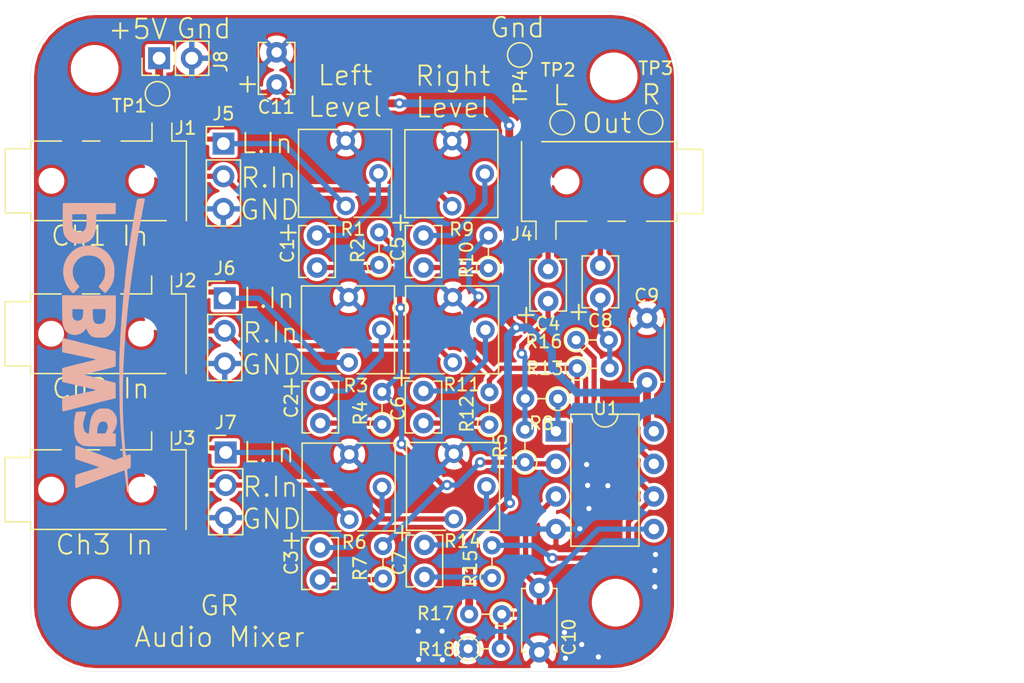
<source format=kicad_pcb>
(kicad_pcb (version 20171130) (host pcbnew 5.1.9+dfsg1-1)
  (layers (0 F.Cu signal) (31 B.Cu signal) (34 B.Paste user hide) (35 F.Paste user) (36 B.SilkS user) (37 F.SilkS user) (38 B.Mask user hide) (39 F.Mask user hide) (44 Edge.Cuts user))
  (net 0 "")
  (net 1 GNDREF)
  (net 2 "Net-(C2-Pad1)")
  (net 3 "Net-(C2-Pad2)")
  (net 4 +5V)
  (net 5 /Vbias)
  (net 6 "Net-(C1-Pad1)")
  (net 7 "Net-(C1-Pad2)")
  (net 8 "Net-(C3-Pad1)")
  (net 9 "Net-(C5-Pad2)")
  (net 10 "Net-(C3-Pad2)")
  (net 11 "Net-(C4-Pad2)")
  (net 12 /Left_Out)
  (net 13 "Net-(C5-Pad1)")
  (net 14 "Net-(C6-Pad1)")
  (net 15 "Net-(C6-Pad2)")
  (net 16 "Net-(C7-Pad1)")
  (net 17 "Net-(C7-Pad2)")
  (net 18 "Net-(C8-Pad2)")
  (net 19 /Right_Out)
  (net 20 /L1_In)
  (net 21 /R1_In)
  (net 22 /R2_In)
  (net 23 /L2_In)
  (net 24 /L3_In)
  (net 25 /R3_In)
  (net 26 "Net-(R2-Pad2)")
  (net 27 "Net-(R8-Pad1)")
  (net 28 "Net-(R10-Pad2)")
  (net 29 "Net-(R16-Pad1)")
  (module "_Custom_Footprints:pcb way logo" (layer B.Cu) (at 94.361 70.9422 270)
    (fp_text reference G*** hide)
    (fp_text value LOGO hide)
  )
  (module MountingHole:MountingHole_3.2mm_M3 (layer F.Cu) (at 92.6338 92.9386)
    (fp_text reference MH1 hide)
    (fp_text value MountingHole)
    (pad "" np_thru_hole circle (at 0.3662 -1.9386) (size 3.2 3.2) (drill 3.2) (layers *.Cu *.Mask))
  )
  (module MountingHole:MountingHole_3.2mm_M3 (layer F.Cu) (at 92.1258 48.6232)
    (fp_text reference MH2 hide)
    (fp_text value MountingHole)
    (pad "" np_thru_hole circle (at 0.8742 0.7926) (size 3.2 3.2) (drill 3.2) (layers *.Cu *.Mask))
  )
  (module MountingHole:MountingHole_3.2mm_M3 (layer F.Cu) (at 161.8706 48.6232)
    (fp_text reference MH3 hide)
    (fp_text value MountingHole)
    (pad "" np_thru_hole circle (at -28.4706 1.3768) (size 3.2 3.2) (drill 3.2) (layers *.Cu *.Mask))
  )
  (module MountingHole:MountingHole_3.2mm_M3 (layer F.Cu) (at 161.8706 93.0402)
    (fp_text reference MH4 hide)
    (fp_text value MountingHole)
    (pad "" np_thru_hole circle (at -28.3182 -2.0402) (size 3.2 3.2) (drill 3.2) (layers *.Cu *.Mask))
  )
  (module Capacitor_THT:C_Disc_D3.8mm_W2.6mm_P2.50mm (layer F.Cu) (at 110.3122 64.897 90)
    (fp_text reference C1 (at 1.3208 -2.3114 90) (layer F.SilkS))
    (fp_text value 10uF)
    (pad 2 thru_hole circle (at 2.5 0 90) (size 1.6 1.6) (drill 0.8) (layers *.Cu *.Mask) (net 7 "Net-(C1-Pad2)"))
    (pad 1 thru_hole circle (at 0 0 90) (size 1.6 1.6) (drill 0.8) (layers *.Cu *.Mask) (net 6 "Net-(C1-Pad1)"))
  )
  (module Capacitor_THT:C_Disc_D3.8mm_W2.6mm_P2.50mm (layer F.Cu) (at 110.5662 77.0128 90)
    (fp_text reference C2 (at 1.3462 -2.2606 90) (layer F.SilkS))
    (fp_text value 10uF)
    (pad 1 thru_hole circle (at 0 0 90) (size 1.6 1.6) (drill 0.8) (layers *.Cu *.Mask) (net 2 "Net-(C2-Pad1)"))
    (pad 2 thru_hole circle (at 2.5 0 90) (size 1.6 1.6) (drill 0.8) (layers *.Cu *.Mask) (net 3 "Net-(C2-Pad2)"))
  )
  (module Capacitor_THT:C_Disc_D3.8mm_W2.6mm_P2.50mm (layer F.Cu) (at 110.5408 89.2048 90)
    (fp_text reference C3 (at 1.3208 -2.2352 90) (layer F.SilkS))
    (fp_text value 10uF)
    (pad 1 thru_hole circle (at 0 0 90) (size 1.6 1.6) (drill 0.8) (layers *.Cu *.Mask) (net 8 "Net-(C3-Pad1)"))
    (pad 2 thru_hole circle (at 2.5 0 90) (size 1.6 1.6) (drill 0.8) (layers *.Cu *.Mask) (net 10 "Net-(C3-Pad2)"))
  )
  (module Capacitor_THT:C_Disc_D3.8mm_W2.6mm_P2.50mm (layer F.Cu) (at 128.2954 65.0132 270)
    (fp_text reference C4 (at 4.2526 0.0254 180) (layer F.SilkS))
    (fp_text value 10uF)
    (pad 2 thru_hole circle (at 2.5 0 270) (size 1.6 1.6) (drill 0.8) (layers *.Cu *.Mask) (net 11 "Net-(C4-Pad2)"))
    (pad 1 thru_hole circle (at 0 0 270) (size 1.6 1.6) (drill 0.8) (layers *.Cu *.Mask) (net 12 /Left_Out))
  )
  (module Capacitor_THT:C_Disc_D3.8mm_W2.6mm_P2.50mm (layer F.Cu) (at 118.5926 64.897 90)
    (fp_text reference C5 (at 1.4478 -2.0066 90) (layer F.SilkS))
    (fp_text value 10uF)
    (pad 2 thru_hole circle (at 2.5 0 90) (size 1.6 1.6) (drill 0.8) (layers *.Cu *.Mask) (net 9 "Net-(C5-Pad2)"))
    (pad 1 thru_hole circle (at 0 0 90) (size 1.6 1.6) (drill 0.8) (layers *.Cu *.Mask) (net 13 "Net-(C5-Pad1)"))
  )
  (module Capacitor_THT:C_Disc_D3.8mm_W2.6mm_P2.50mm (layer F.Cu) (at 118.5926 77.0128 90)
    (fp_text reference C6 (at 1.143 -1.9812 90) (layer F.SilkS))
    (fp_text value 10uF)
    (pad 1 thru_hole circle (at 0 0 90) (size 1.6 1.6) (drill 0.8) (layers *.Cu *.Mask) (net 14 "Net-(C6-Pad1)"))
    (pad 2 thru_hole circle (at 2.5 0 90) (size 1.6 1.6) (drill 0.8) (layers *.Cu *.Mask) (net 15 "Net-(C6-Pad2)"))
  )
  (module Capacitor_THT:C_Disc_D3.8mm_W2.6mm_P2.50mm (layer F.Cu) (at 118.6688 89.0016 90)
    (fp_text reference C7 (at 1.0922 -1.9558 90) (layer F.SilkS))
    (fp_text value 10uF)
    (pad 1 thru_hole circle (at 0 0 90) (size 1.6 1.6) (drill 0.8) (layers *.Cu *.Mask) (net 16 "Net-(C7-Pad1)"))
    (pad 2 thru_hole circle (at 2.5 0 90) (size 1.6 1.6) (drill 0.8) (layers *.Cu *.Mask) (net 17 "Net-(C7-Pad2)"))
  )
  (module Capacitor_THT:C_Disc_D3.8mm_W2.6mm_P2.50mm (layer F.Cu) (at 132.3594 64.7592 270)
    (fp_text reference C8 (at 4.278 0 180) (layer F.SilkS))
    (fp_text value 10uF)
    (pad 2 thru_hole circle (at 2.5 0 270) (size 1.6 1.6) (drill 0.8) (layers *.Cu *.Mask) (net 18 "Net-(C8-Pad2)"))
    (pad 1 thru_hole circle (at 0 0 270) (size 1.6 1.6) (drill 0.8) (layers *.Cu *.Mask) (net 19 /Right_Out))
  )
  (module Capacitor_THT:C_Disc_D4.7mm_W2.5mm_P5.00mm (layer F.Cu) (at 135.9916 73.8378 90)
    (fp_text reference C9 (at 6.7564 -0.0254) (layer F.SilkS))
    (fp_text value 100nF)
    (pad 1 thru_hole circle (at 0 0 90) (size 1.6 1.6) (drill 0.8) (layers *.Cu *.Mask) (net 4 +5V))
    (pad 2 thru_hole circle (at 5 0 90) (size 1.6 1.6) (drill 0.8) (layers *.Cu *.Mask) (net 1 GNDREF))
  )
  (module Capacitor_THT:C_Disc_D4.7mm_W2.5mm_P5.00mm (layer F.Cu) (at 127.6096 89.8652 270)
    (fp_text reference C10 (at 3.81 -2.3114 90) (layer F.SilkS))
    (fp_text value 100nF)
    (pad 2 thru_hole circle (at 5 0 270) (size 1.6 1.6) (drill 0.8) (layers *.Cu *.Mask) (net 1 GNDREF))
    (pad 1 thru_hole circle (at 0 0 270) (size 1.6 1.6) (drill 0.8) (layers *.Cu *.Mask) (net 5 /Vbias))
  )
  (module Capacitor_THT:C_Disc_D3.8mm_W2.6mm_P2.50mm (layer F.Cu) (at 107.1626 50.633 90)
    (fp_text reference C11 (at -1.7672 -0.0254 180) (layer F.SilkS))
    (fp_text value 4.7uF)
    (pad 1 thru_hole circle (at 0 0 90) (size 1.6 1.6) (drill 0.8) (layers *.Cu *.Mask) (net 4 +5V))
    (pad 2 thru_hole circle (at 2.5 0 90) (size 1.6 1.6) (drill 0.8) (layers *.Cu *.Mask) (net 1 GNDREF))
  )
  (module Connector_Audio:Jack_3.5mm_PJ320D_Horizontal (layer F.Cu) (at 94.4118 58.1406)
    (fp_text reference J1 (at 5.6642 -4.1148) (layer F.SilkS))
    (fp_text value "Ch 1 In")
    (pad S smd rect (at 4.925 3.25) (size 1.2 2.5) (layers F.Cu F.Paste F.Mask) (net 1 GNDREF))
    (pad T smd rect (at 3.825 -3.25) (size 1.2 2.5) (layers F.Cu F.Paste F.Mask) (net 20 /L1_In))
    (pad R1 smd rect (at -0.175 -3.25) (size 1.2 2.5) (layers F.Cu F.Paste F.Mask) (net 21 /R1_In))
    (pad R2 smd rect (at -3.175 -3.25) (size 1.2 2.5) (layers F.Cu F.Paste F.Mask) (net 1 GNDREF))
    (pad "" np_thru_hole circle (at -4.775 0) (size 1.5 1.5) (drill 1.5) (layers *.Cu *.Mask))
    (pad "" np_thru_hole circle (at 2.225 0) (size 1.5 1.5) (drill 1.5) (layers *.Cu *.Mask))
  )
  (module Connector_Audio:Jack_3.5mm_PJ320D_Horizontal (layer F.Cu) (at 94.3864 70.0532)
    (fp_text reference J2 (at 5.6896 -4.1402) (layer F.SilkS))
    (fp_text value "Ch 2 In")
    (pad "" np_thru_hole circle (at 2.225 0) (size 1.5 1.5) (drill 1.5) (layers *.Cu *.Mask))
    (pad "" np_thru_hole circle (at -4.775 0) (size 1.5 1.5) (drill 1.5) (layers *.Cu *.Mask))
    (pad R2 smd rect (at -3.175 -3.25) (size 1.2 2.5) (layers F.Cu F.Paste F.Mask) (net 1 GNDREF))
    (pad R1 smd rect (at -0.175 -3.25) (size 1.2 2.5) (layers F.Cu F.Paste F.Mask) (net 22 /R2_In))
    (pad T smd rect (at 3.825 -3.25) (size 1.2 2.5) (layers F.Cu F.Paste F.Mask) (net 23 /L2_In))
    (pad S smd rect (at 4.925 3.25) (size 1.2 2.5) (layers F.Cu F.Paste F.Mask) (net 1 GNDREF))
  )
  (module Connector_Audio:Jack_3.5mm_PJ320D_Horizontal (layer F.Cu) (at 94.3864 82.1944)
    (fp_text reference J3 (at 5.6134 -4.0132) (layer F.SilkS))
    (fp_text value "Ch 3 In")
    (pad S smd rect (at 4.925 3.25) (size 1.2 2.5) (layers F.Cu F.Paste F.Mask) (net 1 GNDREF))
    (pad T smd rect (at 3.825 -3.25) (size 1.2 2.5) (layers F.Cu F.Paste F.Mask) (net 24 /L3_In))
    (pad R1 smd rect (at -0.175 -3.25) (size 1.2 2.5) (layers F.Cu F.Paste F.Mask) (net 25 /R3_In))
    (pad R2 smd rect (at -3.175 -3.25) (size 1.2 2.5) (layers F.Cu F.Paste F.Mask) (net 1 GNDREF))
    (pad "" np_thru_hole circle (at -4.775 0) (size 1.5 1.5) (drill 1.5) (layers *.Cu *.Mask))
    (pad "" np_thru_hole circle (at 2.225 0) (size 1.5 1.5) (drill 1.5) (layers *.Cu *.Mask))
  )
  (module Connector_Audio:Jack_3.5mm_PJ320D_Horizontal (layer F.Cu) (at 131.953 58.1914 180)
    (fp_text reference J4 (at 5.715 -4.0894) (layer F.SilkS))
    (fp_text value "Ch 1 In")
    (pad "" np_thru_hole circle (at 2.225 0 180) (size 1.5 1.5) (drill 1.5) (layers *.Cu *.Mask))
    (pad "" np_thru_hole circle (at -4.775 0 180) (size 1.5 1.5) (drill 1.5) (layers *.Cu *.Mask))
    (pad R2 smd rect (at -3.175 -3.25 180) (size 1.2 2.5) (layers F.Cu F.Paste F.Mask) (net 1 GNDREF))
    (pad R1 smd rect (at -0.175 -3.25 180) (size 1.2 2.5) (layers F.Cu F.Paste F.Mask) (net 19 /Right_Out))
    (pad T smd rect (at 3.825 -3.25 180) (size 1.2 2.5) (layers F.Cu F.Paste F.Mask) (net 12 /Left_Out))
    (pad S smd rect (at 4.925 3.25 180) (size 1.2 2.5) (layers F.Cu F.Paste F.Mask) (net 1 GNDREF))
  )
  (module Connector_PinHeader_2.54mm:PinHeader_1x03_P2.54mm_Vertical (layer F.Cu) (at 103.0224 55.245)
    (fp_text reference J5 (at 0 -2.33) (layer F.SilkS))
    (fp_text value Conn_01x03)
    (pad 1 thru_hole rect (at 0 0) (size 1.7 1.7) (drill 1) (layers *.Cu *.Mask) (net 20 /L1_In))
    (pad 2 thru_hole oval (at 0 2.54) (size 1.7 1.7) (drill 1) (layers *.Cu *.Mask) (net 21 /R1_In))
    (pad 3 thru_hole oval (at 0 5.08) (size 1.7 1.7) (drill 1) (layers *.Cu *.Mask) (net 1 GNDREF))
  )
  (module Connector_PinHeader_2.54mm:PinHeader_1x03_P2.54mm_Vertical (layer F.Cu) (at 103.124 67.2846)
    (fp_text reference J6 (at 0 -2.33) (layer F.SilkS))
    (fp_text value Conn_01x03)
    (pad 3 thru_hole oval (at 0 5.08) (size 1.7 1.7) (drill 1) (layers *.Cu *.Mask) (net 1 GNDREF))
    (pad 2 thru_hole oval (at 0 2.54) (size 1.7 1.7) (drill 1) (layers *.Cu *.Mask) (net 22 /R2_In))
    (pad 1 thru_hole rect (at 0 0) (size 1.7 1.7) (drill 1) (layers *.Cu *.Mask) (net 23 /L2_In))
  )
  (module Connector_PinHeader_2.54mm:PinHeader_1x03_P2.54mm_Vertical (layer F.Cu) (at 103.2002 79.2988)
    (fp_text reference J7 (at 0 -2.33) (layer F.SilkS))
    (fp_text value Conn_01x03)
    (pad 1 thru_hole rect (at 0 0) (size 1.7 1.7) (drill 1) (layers *.Cu *.Mask) (net 24 /L3_In))
    (pad 2 thru_hole oval (at 0 2.54) (size 1.7 1.7) (drill 1) (layers *.Cu *.Mask) (net 25 /R3_In))
    (pad 3 thru_hole oval (at 0 5.08) (size 1.7 1.7) (drill 1) (layers *.Cu *.Mask) (net 1 GNDREF))
  )
  (module Connector_PinHeader_2.54mm:PinHeader_1x02_P2.54mm_Vertical (layer F.Cu) (at 98.0186 48.5902 90)
    (fp_text reference J8 (at -0.254 4.8006 90) (layer F.SilkS))
    (fp_text value Conn_01x02)
    (pad 1 thru_hole rect (at 0 0 90) (size 1.7 1.7) (drill 1) (layers *.Cu *.Mask) (net 4 +5V))
    (pad 2 thru_hole oval (at 0 2.54 90) (size 1.7 1.7) (drill 1) (layers *.Cu *.Mask) (net 1 GNDREF))
  )
  (module Potentiometer_THT:Potentiometer_Vishay_T73YP_Vertical (layer F.Cu) (at 112.5474 60.0964)
    (fp_text reference R1 (at 0.5588 1.8034) (layer F.SilkS))
    (fp_text value 10K)
    (pad 3 thru_hole circle (at 0 -5.08) (size 1.44 1.44) (drill 0.8) (layers *.Cu *.Mask) (net 1 GNDREF))
    (pad 2 thru_hole circle (at 2.54 -2.54) (size 1.44 1.44) (drill 0.8) (layers *.Cu *.Mask) (net 7 "Net-(C1-Pad2)"))
    (pad 1 thru_hole circle (at 0 0) (size 1.44 1.44) (drill 0.8) (layers *.Cu *.Mask) (net 20 /L1_In))
  )
  (module Resistor_THT:R_Axial_DIN0204_L3.6mm_D1.6mm_P2.54mm_Vertical (layer F.Cu) (at 115.1382 64.6938 90)
    (fp_text reference R2 (at 1.1176 -1.651 90) (layer F.SilkS))
    (fp_text value 10K)
    (pad 1 thru_hole circle (at 0 0 90) (size 1.4 1.4) (drill 0.7) (layers *.Cu *.Mask) (net 6 "Net-(C1-Pad1)"))
    (pad 2 thru_hole oval (at 2.54 0 90) (size 1.4 1.4) (drill 0.7) (layers *.Cu *.Mask) (net 26 "Net-(R2-Pad2)"))
  )
  (module Potentiometer_THT:Potentiometer_Vishay_T73YP_Vertical (layer F.Cu) (at 112.776 72.2884)
    (fp_text reference R3 (at 0.5588 1.8034) (layer F.SilkS))
    (fp_text value 10K)
    (pad 1 thru_hole circle (at 0 0) (size 1.44 1.44) (drill 0.8) (layers *.Cu *.Mask) (net 23 /L2_In))
    (pad 2 thru_hole circle (at 2.54 -2.54) (size 1.44 1.44) (drill 0.8) (layers *.Cu *.Mask) (net 3 "Net-(C2-Pad2)"))
    (pad 3 thru_hole circle (at 0 -5.08) (size 1.44 1.44) (drill 0.8) (layers *.Cu *.Mask) (net 1 GNDREF))
  )
  (module Resistor_THT:R_Axial_DIN0204_L3.6mm_D1.6mm_P2.54mm_Vertical (layer F.Cu) (at 115.3668 77.1144 90)
    (fp_text reference R4 (at 0.889 -1.6764 90) (layer F.SilkS))
    (fp_text value 10K)
    (pad 1 thru_hole circle (at 0 0 90) (size 1.4 1.4) (drill 0.7) (layers *.Cu *.Mask) (net 2 "Net-(C2-Pad1)"))
    (pad 2 thru_hole oval (at 2.54 0 90) (size 1.4 1.4) (drill 0.7) (layers *.Cu *.Mask) (net 26 "Net-(R2-Pad2)"))
  )
  (module Resistor_THT:R_Axial_DIN0204_L3.6mm_D1.6mm_P2.54mm_Vertical (layer F.Cu) (at 126.492 80.0608 90)
    (fp_text reference R5 (at 1.27 -1.92 90) (layer F.SilkS))
    (fp_text value 3K3)
    (pad 2 thru_hole oval (at 2.54 0 90) (size 1.4 1.4) (drill 0.7) (layers *.Cu *.Mask) (net 11 "Net-(C4-Pad2)"))
    (pad 1 thru_hole circle (at 0 0 90) (size 1.4 1.4) (drill 0.7) (layers *.Cu *.Mask) (net 26 "Net-(R2-Pad2)"))
  )
  (module Potentiometer_THT:Potentiometer_Vishay_T73YP_Vertical (layer F.Cu) (at 112.8268 84.5312)
    (fp_text reference R6 (at 0.381 1.7526) (layer F.SilkS))
    (fp_text value 10K)
    (pad 3 thru_hole circle (at 0 -5.08) (size 1.44 1.44) (drill 0.8) (layers *.Cu *.Mask) (net 1 GNDREF))
    (pad 2 thru_hole circle (at 2.54 -2.54) (size 1.44 1.44) (drill 0.8) (layers *.Cu *.Mask) (net 10 "Net-(C3-Pad2)"))
    (pad 1 thru_hole circle (at 0 0) (size 1.44 1.44) (drill 0.8) (layers *.Cu *.Mask) (net 24 /L3_In))
  )
  (module Resistor_THT:R_Axial_DIN0204_L3.6mm_D1.6mm_P2.54mm_Vertical (layer F.Cu) (at 115.443 89.1286 90)
    (fp_text reference R7 (at 0.7874 -1.778 90) (layer F.SilkS))
    (fp_text value 10K)
    (pad 1 thru_hole circle (at 0 0 90) (size 1.4 1.4) (drill 0.7) (layers *.Cu *.Mask) (net 8 "Net-(C3-Pad1)"))
    (pad 2 thru_hole oval (at 2.54 0 90) (size 1.4 1.4) (drill 0.7) (layers *.Cu *.Mask) (net 26 "Net-(R2-Pad2)"))
  )
  (module Resistor_THT:R_Axial_DIN0204_L3.6mm_D1.6mm_P2.54mm_Vertical (layer F.Cu) (at 129.0574 75.1078 180)
    (fp_text reference R8 (at 1.27 -1.92) (layer F.SilkS))
    (fp_text value 100r)
    (pad 1 thru_hole circle (at 0 0 180) (size 1.4 1.4) (drill 0.7) (layers *.Cu *.Mask) (net 27 "Net-(R8-Pad1)"))
    (pad 2 thru_hole oval (at 2.54 0 180) (size 1.4 1.4) (drill 0.7) (layers *.Cu *.Mask) (net 11 "Net-(C4-Pad2)"))
  )
  (module Potentiometer_THT:Potentiometer_Vishay_T73YP_Vertical (layer F.Cu) (at 120.8278 60.1218)
    (fp_text reference R9 (at 0.7366 1.8034) (layer F.SilkS))
    (fp_text value 10K)
    (pad 1 thru_hole circle (at 0 0) (size 1.44 1.44) (drill 0.8) (layers *.Cu *.Mask) (net 21 /R1_In))
    (pad 2 thru_hole circle (at 2.54 -2.54) (size 1.44 1.44) (drill 0.8) (layers *.Cu *.Mask) (net 9 "Net-(C5-Pad2)"))
    (pad 3 thru_hole circle (at 0 -5.08) (size 1.44 1.44) (drill 0.8) (layers *.Cu *.Mask) (net 1 GNDREF))
  )
  (module Resistor_THT:R_Axial_DIN0204_L3.6mm_D1.6mm_P2.54mm_Vertical (layer F.Cu) (at 123.6472 64.9478 90)
    (fp_text reference R10 (at 0.6604 -1.7018 90) (layer F.SilkS))
    (fp_text value 10K)
    (pad 2 thru_hole oval (at 2.54 0 90) (size 1.4 1.4) (drill 0.7) (layers *.Cu *.Mask) (net 28 "Net-(R10-Pad2)"))
    (pad 1 thru_hole circle (at 0 0 90) (size 1.4 1.4) (drill 0.7) (layers *.Cu *.Mask) (net 13 "Net-(C5-Pad1)"))
  )
  (module Potentiometer_THT:Potentiometer_Vishay_T73YP_Vertical (layer F.Cu) (at 120.8786 72.2884)
    (fp_text reference R11 (at 0.7112 1.7272) (layer F.SilkS))
    (fp_text value 10K)
    (pad 1 thru_hole circle (at 0 0) (size 1.44 1.44) (drill 0.8) (layers *.Cu *.Mask) (net 22 /R2_In))
    (pad 2 thru_hole circle (at 2.54 -2.54) (size 1.44 1.44) (drill 0.8) (layers *.Cu *.Mask) (net 15 "Net-(C6-Pad2)"))
    (pad 3 thru_hole circle (at 0 -5.08) (size 1.44 1.44) (drill 0.8) (layers *.Cu *.Mask) (net 1 GNDREF))
  )
  (module Resistor_THT:R_Axial_DIN0204_L3.6mm_D1.6mm_P2.54mm_Vertical (layer F.Cu) (at 123.7234 77.1398 90)
    (fp_text reference R12 (at 0.8382 -1.7526 90) (layer F.SilkS))
    (fp_text value 10K)
    (pad 2 thru_hole oval (at 2.54 0 90) (size 1.4 1.4) (drill 0.7) (layers *.Cu *.Mask) (net 28 "Net-(R10-Pad2)"))
    (pad 1 thru_hole circle (at 0 0 90) (size 1.4 1.4) (drill 0.7) (layers *.Cu *.Mask) (net 14 "Net-(C6-Pad1)"))
  )
  (module Resistor_THT:R_Axial_DIN0204_L3.6mm_D1.6mm_P2.54mm_Vertical (layer F.Cu) (at 130.556 72.7456)
    (fp_text reference R13 (at -2.5146 0) (layer F.SilkS))
    (fp_text value 3K3)
    (pad 2 thru_hole oval (at 2.54 0) (size 1.4 1.4) (drill 0.7) (layers *.Cu *.Mask) (net 18 "Net-(C8-Pad2)"))
    (pad 1 thru_hole circle (at 0 0) (size 1.4 1.4) (drill 0.7) (layers *.Cu *.Mask) (net 28 "Net-(R10-Pad2)"))
  )
  (module Potentiometer_THT:Potentiometer_Vishay_T73YP_Vertical (layer F.Cu) (at 120.9548 84.4804)
    (fp_text reference R14 (at 0.6858 1.7272) (layer F.SilkS))
    (fp_text value 10K)
    (pad 3 thru_hole circle (at 0 -5.08) (size 1.44 1.44) (drill 0.8) (layers *.Cu *.Mask) (net 1 GNDREF))
    (pad 2 thru_hole circle (at 2.54 -2.54) (size 1.44 1.44) (drill 0.8) (layers *.Cu *.Mask) (net 17 "Net-(C7-Pad2)"))
    (pad 1 thru_hole circle (at 0 0) (size 1.44 1.44) (drill 0.8) (layers *.Cu *.Mask) (net 25 /R3_In))
  )
  (module Resistor_THT:R_Axial_DIN0204_L3.6mm_D1.6mm_P2.54mm_Vertical (layer F.Cu) (at 123.9266 89.0778 90)
    (fp_text reference R15 (at 0.762 -1.6764 90) (layer F.SilkS))
    (fp_text value 10K)
    (pad 2 thru_hole oval (at 2.54 0 90) (size 1.4 1.4) (drill 0.7) (layers *.Cu *.Mask) (net 28 "Net-(R10-Pad2)"))
    (pad 1 thru_hole circle (at 0 0 90) (size 1.4 1.4) (drill 0.7) (layers *.Cu *.Mask) (net 16 "Net-(C7-Pad1)"))
  )
  (module Resistor_THT:R_Axial_DIN0204_L3.6mm_D1.6mm_P2.54mm_Vertical (layer F.Cu) (at 130.4798 70.5358)
    (fp_text reference R16 (at -2.5146 0.127) (layer F.SilkS))
    (fp_text value 100r)
    (pad 1 thru_hole circle (at 0 0) (size 1.4 1.4) (drill 0.7) (layers *.Cu *.Mask) (net 29 "Net-(R16-Pad1)"))
    (pad 2 thru_hole oval (at 2.54 0) (size 1.4 1.4) (drill 0.7) (layers *.Cu *.Mask) (net 18 "Net-(C8-Pad2)"))
  )
  (module Resistor_THT:R_Axial_DIN0204_L3.6mm_D1.6mm_P2.54mm_Vertical (layer F.Cu) (at 124.6886 91.8972 180)
    (fp_text reference R17 (at 5.1562 0.0508) (layer F.SilkS))
    (fp_text value 10K)
    (pad 2 thru_hole oval (at 2.54 0 180) (size 1.4 1.4) (drill 0.7) (layers *.Cu *.Mask) (net 4 +5V))
    (pad 1 thru_hole circle (at 0 0 180) (size 1.4 1.4) (drill 0.7) (layers *.Cu *.Mask) (net 5 /Vbias))
  )
  (module Resistor_THT:R_Axial_DIN0204_L3.6mm_D1.6mm_P2.54mm_Vertical (layer F.Cu) (at 122.0724 94.5896)
    (fp_text reference R18 (at -2.4638 0.0508) (layer F.SilkS))
    (fp_text value 4K3)
    (pad 1 thru_hole circle (at 0 0) (size 1.4 1.4) (drill 0.7) (layers *.Cu *.Mask) (net 1 GNDREF))
    (pad 2 thru_hole oval (at 2.54 0) (size 1.4 1.4) (drill 0.7) (layers *.Cu *.Mask) (net 5 /Vbias))
  )
  (module TestPoint:TestPoint_Pad_D1.5mm (layer F.Cu) (at 97.8916 51.3588)
    (fp_text reference TP1 (at -2.1844 0.9398) (layer F.SilkS))
    (fp_text value TestPoint)
    (pad 1 smd circle (at 0 0) (size 1.5 1.5) (layers F.Cu F.Mask) (net 4 +5V))
  )
  (module TestPoint:TestPoint_Pad_D1.5mm (layer F.Cu) (at 129.3876 53.594)
    (fp_text reference TP2 (at -0.3048 -4.0894 180) (layer F.SilkS))
    (fp_text value TestPoint)
    (pad 1 smd circle (at 0 0) (size 1.5 1.5) (layers F.Cu F.Mask) (net 12 /Left_Out))
  )
  (module TestPoint:TestPoint_Pad_D1.5mm (layer F.Cu) (at 136.271 53.5686)
    (fp_text reference TP3 (at 0.4064 -4.191 180) (layer F.SilkS))
    (fp_text value TestPoint)
    (pad 1 smd circle (at 0 0) (size 1.5 1.5) (layers F.Cu F.Mask) (net 19 /Right_Out))
  )
  (module TestPoint:TestPoint_Pad_D1.5mm (layer F.Cu) (at 126.0856 48.3362)
    (fp_text reference TP4 (at 0.0508 2.4638 90) (layer F.SilkS))
    (fp_text value TestPoint)
    (pad 1 smd circle (at 0 0) (size 1.5 1.5) (layers F.Cu F.Mask) (net 1 GNDREF))
  )
  (module Package_DIP:DIP-8_W7.62mm (layer F.Cu) (at 128.905 77.6478)
    (fp_text reference U1 (at 3.9116 -1.778) (layer F.SilkS))
    (fp_text value LM358)
    (pad 1 thru_hole rect (at 0 0) (size 1.6 1.6) (drill 0.8) (layers *.Cu *.Mask) (net 27 "Net-(R8-Pad1)"))
    (pad 5 thru_hole oval (at 7.62 7.62) (size 1.6 1.6) (drill 0.8) (layers *.Cu *.Mask) (net 5 /Vbias))
    (pad 2 thru_hole oval (at 0 2.54) (size 1.6 1.6) (drill 0.8) (layers *.Cu *.Mask) (net 26 "Net-(R2-Pad2)"))
    (pad 6 thru_hole oval (at 7.62 5.08) (size 1.6 1.6) (drill 0.8) (layers *.Cu *.Mask) (net 28 "Net-(R10-Pad2)"))
    (pad 3 thru_hole oval (at 0 5.08) (size 1.6 1.6) (drill 0.8) (layers *.Cu *.Mask) (net 5 /Vbias))
    (pad 7 thru_hole oval (at 7.62 2.54) (size 1.6 1.6) (drill 0.8) (layers *.Cu *.Mask) (net 29 "Net-(R16-Pad1)"))
    (pad 4 thru_hole oval (at 0 7.62) (size 1.6 1.6) (drill 0.8) (layers *.Cu *.Mask) (net 1 GNDREF))
    (pad 8 thru_hole oval (at 7.62 0) (size 1.6 1.6) (drill 0.8) (layers *.Cu *.Mask) (net 4 +5V))
  )
  (gr_text "Gnd\n" (at 125.9078 46.2026) (layer F.SilkS) (effects (font (size 1.524 1.524))))
  (gr_text R (at 136.3218 51.435) (layer F.SilkS) (effects (font (size 1.524 1.524))))
  (gr_text + (at 126.5936 68.4784) (layer F.SilkS) (effects (font (size 1.524 1.524))))
  (gr_text + (at 130.683 68.2498) (layer F.SilkS) (effects (font (size 1.524 1.524))))
  (gr_text Out (at 132.8674 53.6448) (layer F.SilkS) (effects (font (size 1.524 1.524))))
  (gr_text + (at 116.9416 85.4456) (layer F.SilkS) (effects (font (size 1.524 1.524))))
  (gr_text + (at 108.331 86.0552) (layer F.SilkS) (effects (font (size 1.524 1.524))))
  (gr_text + (at 108.331 74.041) (layer F.SilkS) (effects (font (size 1.524 1.524))))
  (gr_text + (at 116.8908 73.3806) (layer F.SilkS) (effects (font (size 1.524 1.524))))
  (gr_text + (at 116.8146 61.2902) (layer F.SilkS) (effects (font (size 1.524 1.524))))
  (gr_text + (at 108.077 62.0522) (layer F.SilkS) (effects (font (size 1.524 1.524))))
  (gr_text "Ch3 In" (at 93.7514 86.487) (layer F.SilkS) (effects (font (size 1.524 1.524))))
  (gr_text "Ch2 In" (at 93.472 74.3204) (layer F.SilkS) (effects (font (size 1.524 1.524))))
  (gr_text GND (at 106.7816 84.4804) (layer F.SilkS) (effects (font (size 1.524 1.524))))
  (gr_text "R.In\n" (at 106.68 81.9912) (layer F.SilkS) (effects (font (size 1.524 1.524))))
  (gr_text "L.In\n" (at 106.553 79.2988) (layer F.SilkS) (effects (font (size 1.524 1.524))))
  (gr_text "R.In\n" (at 106.68 69.977) (layer F.SilkS) (effects (font (size 1.524 1.524))))
  (gr_text GND (at 106.7816 72.4662) (layer F.SilkS) (effects (font (size 1.524 1.524))))
  (gr_text "L.In\n" (at 106.553 67.2846) (layer F.SilkS) (effects (font (size 1.524 1.524))))
  (gr_text GND (at 106.6292 60.4012) (layer F.SilkS) (effects (font (size 1.524 1.524))))
  (gr_text "R.In\n" (at 106.5276 57.912) (layer F.SilkS) (effects (font (size 1.524 1.524))))
  (gr_text "Right\nLevel" (at 120.8786 51.2064) (layer F.SilkS) (effects (font (size 1.524 1.524))))
  (gr_text "Left\nLevel" (at 112.4966 51.1556) (layer F.SilkS) (effects (font (size 1.524 1.524))))
  (gr_text "Ch1 In" (at 93.3958 62.4332) (layer F.SilkS) (effects (font (size 1.524 1.524))))
  (gr_text + (at 104.902 50.4952) (layer F.SilkS) (effects (font (size 1.524 1.524))))
  (gr_text +5V (at 96.3676 46.3296) (layer F.SilkS) (effects (font (size 1.524 1.524))))
  (gr_text Gnd (at 101.4984 46.2788) (layer F.SilkS) (effects (font (size 1.524 1.524))))
  (gr_text "L.In\n" (at 106.4006 55.2196) (layer F.SilkS) (effects (font (size 1.524 1.524))))
  (gr_text L (at 129.2606 51.4858) (layer F.SilkS) (effects (font (size 1.524 1.524))))
  (gr_arc (start 93.091 91.284) (end 88.011 91.284) (angle -90) (layer Edge.Cuts) (width 0.0254))
  (gr_text "GR\nAudio Mixer" (at 102.7176 92.456) (layer F.SilkS) (effects (font (size 1.524 1.524))))
  (gr_arc (start 133.28 91.284) (end 133.28 96.364) (angle -90) (layer Edge.Cuts) (width 0.0254))
  (gr_arc (start 133.28 50.038) (end 138.36 50.038) (angle -90) (layer Edge.Cuts) (width 0.0254))
  (gr_arc (start 93.091 50.038) (end 93.091 44.958) (angle -90) (layer Edge.Cuts) (width 0.0254))
  (gr_line (start 88.011 91.284) (end 88.011 50.038) (layer Edge.Cuts) (width 0.0254))
  (gr_line (start 133.28 96.364) (end 93.091 96.364) (layer Edge.Cuts) (width 0.0254))
  (gr_line (start 138.36 50.038) (end 138.36 91.284) (layer Edge.Cuts) (width 0.0254))
  (gr_line (start 93.091 44.958) (end 133.28 44.958) (layer Edge.Cuts) (width 0.0254))
  (via (at 131.2926 80.2386) (size 0.8) (drill 0.4) (layers F.Cu B.Cu) (net 1))
  (via (at 131.3688 81.8642) (size 0.8) (drill 0.4) (layers F.Cu B.Cu) (net 1))
  (via (at 131.4704 83.6676) (size 0.8) (drill 0.4) (layers F.Cu B.Cu) (net 1))
  (via (at 132.9436 81.8896) (size 0.8) (drill 0.4) (layers F.Cu B.Cu) (net 1))
  (via (at 130.7592 85.2424) (size 0.8) (drill 0.4) (layers F.Cu B.Cu) (net 1))
  (via (at 136.652 87.249) (size 0.8) (drill 0.4) (layers F.Cu B.Cu) (net 1))
  (via (at 136.6012 88.4936) (size 0.8) (drill 0.4) (layers F.Cu B.Cu) (net 1))
  (via (at 136.6012 89.7636) (size 0.8) (drill 0.4) (layers F.Cu B.Cu) (net 1))
  (via (at 129.5654 93.3196) (size 0.8) (drill 0.4) (layers F.Cu B.Cu) (net 1))
  (via (at 129.6416 95.3262) (size 0.8) (drill 0.4) (layers F.Cu B.Cu) (net 1))
  (via (at 132.207 95.2246) (size 0.8) (drill 0.4) (layers F.Cu B.Cu) (net 1))
  (via (at 130.9116 94.2594) (size 0.8) (drill 0.4) (layers F.Cu B.Cu) (net 1))
  (via (at 120.0404 93.218) (size 0.8) (drill 0.4) (layers F.Cu B.Cu) (net 1))
  (via (at 120.0658 95.4532) (size 0.8) (drill 0.4) (layers F.Cu B.Cu) (net 1))
  (via (at 118.1862 93.218) (size 0.8) (drill 0.4) (layers F.Cu B.Cu) (net 1))
  (via (at 118.2116 95.4278) (size 0.8) (drill 0.4) (layers F.Cu B.Cu) (net 1))
  (segment (start 115.2652 77.0128) (end 115.3668 77.1144) (width 0.4064) (layer F.Cu) (net 2))
  (segment (start 110.5662 77.0128) (end 115.2652 77.0128) (width 0.4064) (layer F.Cu) (net 2))
  (segment (start 115.316 71.7804) (end 115.316 69.7484) (width 0.4064) (layer B.Cu) (net 3))
  (segment (start 112.5836 74.5128) (end 115.316 71.7804) (width 0.4064) (layer B.Cu) (net 3))
  (segment (start 110.5662 74.5128) (end 112.5836 74.5128) (width 0.4064) (layer B.Cu) (net 3))
  (segment (start 98.0186 51.2318) (end 97.8916 51.3588) (width 0.6096) (layer F.Cu) (net 4))
  (segment (start 98.0186 48.5902) (end 98.0186 51.2318) (width 0.6096) (layer F.Cu) (net 4))
  (segment (start 106.4368 51.3588) (end 107.1626 50.633) (width 0.6096) (layer F.Cu) (net 4))
  (segment (start 97.8916 51.3588) (end 106.4368 51.3588) (width 0.6096) (layer F.Cu) (net 4))
  (segment (start 108.634401 52.104801) (end 116.722401 52.104801) (width 0.6096) (layer F.Cu) (net 4))
  (segment (start 107.1626 50.633) (end 108.634401 52.104801) (width 0.6096) (layer F.Cu) (net 4))
  (via (at 116.722401 52.104801) (size 0.8) (drill 0.4) (layers F.Cu B.Cu) (net 4))
  (segment (start 116.722401 52.104801) (end 123.732801 52.104801) (width 0.6096) (layer B.Cu) (net 4))
  (segment (start 123.732801 52.104801) (end 125.2728 53.6448) (width 0.6096) (layer B.Cu) (net 4))
  (via (at 125.2728 53.8226) (size 0.8) (drill 0.4) (layers F.Cu B.Cu) (net 4))
  (segment (start 125.2728 53.6448) (end 125.2728 53.8226) (width 0.6096) (layer B.Cu) (net 4))
  (segment (start 125.2728 53.8226) (end 125.2728 69.0372) (width 0.6096) (layer F.Cu) (net 4))
  (via (at 125.8062 69.5706) (size 0.8) (drill 0.4) (layers F.Cu B.Cu) (net 4))
  (segment (start 125.2728 69.0372) (end 125.8062 69.5706) (width 0.6096) (layer F.Cu) (net 4))
  (segment (start 135.9916 77.1144) (end 136.525 77.6478) (width 0.6096) (layer F.Cu) (net 4))
  (segment (start 135.9916 73.8378) (end 135.9916 77.1144) (width 0.6096) (layer F.Cu) (net 4))
  (via (at 125.3236 83.2358) (size 0.8) (drill 0.4) (layers F.Cu B.Cu) (net 4))
  (segment (start 125.1712 83.0834) (end 125.1712 70.2056) (width 0.6096) (layer B.Cu) (net 4))
  (segment (start 125.1712 70.2056) (end 125.8062 69.5706) (width 0.6096) (layer B.Cu) (net 4))
  (segment (start 125.3236 83.2358) (end 125.1712 83.0834) (width 0.6096) (layer B.Cu) (net 4))
  (segment (start 125.1458 83.2358) (end 125.3236 83.2358) (width 0.6096) (layer F.Cu) (net 4))
  (segment (start 122.1486 86.233) (end 125.1458 83.2358) (width 0.6096) (layer F.Cu) (net 4))
  (segment (start 122.1486 91.8972) (end 122.1486 86.233) (width 0.6096) (layer F.Cu) (net 4))
  (segment (start 135.191601 74.637799) (end 135.9916 73.8378) (width 0.6096) (layer B.Cu) (net 4))
  (segment (start 128.6002 71.4502) (end 128.6002 72.7202) (width 0.6096) (layer B.Cu) (net 4))
  (segment (start 130.517799 74.637799) (end 135.191601 74.637799) (width 0.6096) (layer B.Cu) (net 4))
  (segment (start 126.7206 69.5706) (end 128.6002 71.4502) (width 0.6096) (layer B.Cu) (net 4))
  (segment (start 128.6002 72.7202) (end 130.517799 74.637799) (width 0.6096) (layer B.Cu) (net 4))
  (segment (start 125.8062 69.5706) (end 126.7206 69.5706) (width 0.6096) (layer B.Cu) (net 4))
  (segment (start 124.6124 91.9734) (end 124.6886 91.8972) (width 0.4064) (layer F.Cu) (net 5))
  (segment (start 124.6124 94.5896) (end 124.6124 91.9734) (width 0.4064) (layer F.Cu) (net 5))
  (segment (start 124.6886 91.8972) (end 127.0508 91.8972) (width 0.4064) (layer F.Cu) (net 5))
  (segment (start 127.6096 91.3384) (end 127.6096 89.8652) (width 0.4064) (layer F.Cu) (net 5))
  (segment (start 127.0508 91.8972) (end 127.6096 91.3384) (width 0.4064) (layer F.Cu) (net 5))
  (segment (start 132.207 85.2678) (end 127.6096 89.8652) (width 0.4064) (layer B.Cu) (net 5))
  (segment (start 136.525 85.2678) (end 132.207 85.2678) (width 0.4064) (layer B.Cu) (net 5))
  (segment (start 126.5428 88.7984) (end 127.6096 89.8652) (width 0.4064) (layer F.Cu) (net 5))
  (segment (start 126.5428 85.09) (end 126.5428 88.7984) (width 0.4064) (layer F.Cu) (net 5))
  (segment (start 128.905 82.7278) (end 126.5428 85.09) (width 0.4064) (layer F.Cu) (net 5))
  (segment (start 114.935 64.897) (end 115.1382 64.6938) (width 0.4064) (layer F.Cu) (net 6))
  (segment (start 110.3122 64.897) (end 114.935 64.897) (width 0.4064) (layer F.Cu) (net 6))
  (segment (start 112.5836 62.397) (end 115.0874 59.8932) (width 0.4064) (layer B.Cu) (net 7))
  (segment (start 115.0874 59.8932) (end 115.0874 57.5564) (width 0.4064) (layer B.Cu) (net 7))
  (segment (start 110.3122 62.397) (end 112.5836 62.397) (width 0.4064) (layer B.Cu) (net 7))
  (segment (start 115.3668 89.2048) (end 115.443 89.1286) (width 0.4064) (layer F.Cu) (net 8))
  (segment (start 110.5408 89.2048) (end 115.3668 89.2048) (width 0.4064) (layer F.Cu) (net 8))
  (segment (start 123.3678 59.8932) (end 123.3678 57.5818) (width 0.4064) (layer B.Cu) (net 9))
  (segment (start 120.864 62.397) (end 123.3678 59.8932) (width 0.4064) (layer B.Cu) (net 9))
  (segment (start 118.5926 62.397) (end 120.864 62.397) (width 0.4064) (layer B.Cu) (net 9))
  (segment (start 110.5408 86.7048) (end 112.9138 86.7048) (width 0.4064) (layer B.Cu) (net 10))
  (segment (start 115.3668 84.2518) (end 115.3668 81.9912) (width 0.4064) (layer B.Cu) (net 10))
  (segment (start 112.9138 86.7048) (end 115.3668 84.2518) (width 0.4064) (layer B.Cu) (net 10))
  (segment (start 128.2954 67.5132) (end 128.2954 68.9102) (width 0.4064) (layer F.Cu) (net 11))
  (segment (start 128.2954 68.9102) (end 126.238 70.9676) (width 0.4064) (layer F.Cu) (net 11))
  (via (at 126.238 71.6026) (size 0.8) (drill 0.4) (layers F.Cu B.Cu) (net 11))
  (segment (start 126.238 70.9676) (end 126.238 71.6026) (width 0.4064) (layer F.Cu) (net 11))
  (segment (start 126.492 75.0824) (end 126.5174 75.1078) (width 0.4064) (layer B.Cu) (net 11))
  (segment (start 126.492 71.8566) (end 126.492 75.0824) (width 0.4064) (layer B.Cu) (net 11))
  (segment (start 126.238 71.6026) (end 126.492 71.8566) (width 0.4064) (layer B.Cu) (net 11))
  (segment (start 126.492 75.1332) (end 126.5174 75.1078) (width 0.4064) (layer B.Cu) (net 11))
  (segment (start 126.492 77.5208) (end 126.492 75.1332) (width 0.4064) (layer B.Cu) (net 11))
  (segment (start 129.3876 55.6006) (end 129.3876 53.594) (width 0.4064) (layer F.Cu) (net 12))
  (segment (start 128.128 56.8602) (end 129.3876 55.6006) (width 0.4064) (layer F.Cu) (net 12))
  (segment (start 128.128 61.4414) (end 128.128 56.8602) (width 0.4064) (layer F.Cu) (net 12))
  (segment (start 128.2954 61.6088) (end 128.128 61.4414) (width 0.4064) (layer F.Cu) (net 12))
  (segment (start 128.2954 65.0132) (end 128.2954 61.6088) (width 0.4064) (layer F.Cu) (net 12))
  (segment (start 123.5964 64.897) (end 123.6472 64.9478) (width 0.4064) (layer F.Cu) (net 13))
  (segment (start 118.5926 64.897) (end 123.5964 64.897) (width 0.4064) (layer F.Cu) (net 13))
  (segment (start 123.5964 77.0128) (end 123.7234 77.1398) (width 0.4064) (layer F.Cu) (net 14))
  (segment (start 118.5926 77.0128) (end 123.5964 77.0128) (width 0.4064) (layer F.Cu) (net 14))
  (segment (start 123.4186 72.136) (end 123.4186 69.7484) (width 0.4064) (layer B.Cu) (net 15))
  (segment (start 121.0418 74.5128) (end 123.4186 72.136) (width 0.4064) (layer B.Cu) (net 15))
  (segment (start 118.5926 74.5128) (end 121.0418 74.5128) (width 0.4064) (layer B.Cu) (net 15))
  (segment (start 123.8504 89.0016) (end 123.9266 89.0778) (width 0.4064) (layer B.Cu) (net 16))
  (segment (start 118.6688 89.0016) (end 123.8504 89.0016) (width 0.4064) (layer B.Cu) (net 16))
  (segment (start 123.4948 83.7692) (end 123.4948 81.9404) (width 0.4064) (layer B.Cu) (net 17))
  (segment (start 120.7624 86.5016) (end 123.4948 83.7692) (width 0.4064) (layer B.Cu) (net 17))
  (segment (start 118.6688 86.5016) (end 120.7624 86.5016) (width 0.4064) (layer B.Cu) (net 17))
  (segment (start 133.096 70.612) (end 133.0198 70.5358) (width 0.4064) (layer B.Cu) (net 18))
  (segment (start 133.096 72.7456) (end 133.096 70.612) (width 0.4064) (layer B.Cu) (net 18))
  (segment (start 132.3594 69.8754) (end 133.0198 70.5358) (width 0.4064) (layer B.Cu) (net 18))
  (segment (start 132.3594 67.2592) (end 132.3594 69.8754) (width 0.4064) (layer B.Cu) (net 18))
  (segment (start 132.128 57.7116) (end 132.128 61.4414) (width 0.4064) (layer F.Cu) (net 19))
  (segment (start 136.271 53.5686) (end 132.128 57.7116) (width 0.4064) (layer F.Cu) (net 19))
  (segment (start 132.3594 61.6728) (end 132.128 61.4414) (width 0.4064) (layer F.Cu) (net 19))
  (segment (start 132.3594 64.7592) (end 132.3594 61.6728) (width 0.4064) (layer F.Cu) (net 19))
  (segment (start 102.668 54.8906) (end 103.0224 55.245) (width 0.4064) (layer F.Cu) (net 20))
  (segment (start 98.2368 54.8906) (end 102.668 54.8906) (width 0.4064) (layer F.Cu) (net 20))
  (segment (start 107.696 55.245) (end 112.5474 60.0964) (width 0.4064) (layer B.Cu) (net 20))
  (segment (start 103.0224 55.245) (end 107.696 55.245) (width 0.4064) (layer B.Cu) (net 20))
  (segment (start 94.2368 54.8906) (end 95.4544 54.8906) (width 0.4064) (layer F.Cu) (net 21))
  (segment (start 98.3488 57.785) (end 103.0224 57.785) (width 0.4064) (layer F.Cu) (net 21))
  (segment (start 95.4544 54.8906) (end 98.3488 57.785) (width 0.4064) (layer F.Cu) (net 21))
  (segment (start 119.5578 58.8518) (end 120.8278 60.1218) (width 0.4064) (layer F.Cu) (net 21))
  (segment (start 104.0892 58.8518) (end 119.5578 58.8518) (width 0.4064) (layer F.Cu) (net 21))
  (segment (start 103.0224 57.785) (end 104.0892 58.8518) (width 0.4064) (layer F.Cu) (net 21))
  (segment (start 98.4758 69.8246) (end 103.124 69.8246) (width 0.4064) (layer F.Cu) (net 22))
  (segment (start 95.4544 66.8032) (end 98.4758 69.8246) (width 0.4064) (layer F.Cu) (net 22))
  (segment (start 94.2114 66.8032) (end 95.4544 66.8032) (width 0.4064) (layer F.Cu) (net 22))
  (segment (start 104.2924 70.993) (end 103.124 69.8246) (width 0.4064) (layer F.Cu) (net 22))
  (segment (start 119.5832 70.993) (end 104.2924 70.993) (width 0.4064) (layer F.Cu) (net 22))
  (segment (start 120.8786 72.2884) (end 119.5832 70.993) (width 0.4064) (layer F.Cu) (net 22))
  (segment (start 102.6426 66.8032) (end 103.124 67.2846) (width 0.4064) (layer F.Cu) (net 23))
  (segment (start 98.2114 66.8032) (end 102.6426 66.8032) (width 0.4064) (layer F.Cu) (net 23))
  (segment (start 110.7948 72.2884) (end 112.776 72.2884) (width 0.4064) (layer B.Cu) (net 23))
  (segment (start 105.791 67.2846) (end 110.7948 72.2884) (width 0.4064) (layer B.Cu) (net 23))
  (segment (start 103.124 67.2846) (end 105.791 67.2846) (width 0.4064) (layer B.Cu) (net 23))
  (segment (start 102.8458 78.9444) (end 103.2002 79.2988) (width 0.4064) (layer F.Cu) (net 24))
  (segment (start 98.2114 78.9444) (end 102.8458 78.9444) (width 0.4064) (layer F.Cu) (net 24))
  (segment (start 107.5944 79.2988) (end 112.8268 84.5312) (width 0.4064) (layer B.Cu) (net 24))
  (segment (start 103.2002 79.2988) (end 107.5944 79.2988) (width 0.4064) (layer B.Cu) (net 24))
  (segment (start 98.3488 81.8388) (end 103.2002 81.8388) (width 0.4064) (layer F.Cu) (net 25))
  (segment (start 95.4544 78.9444) (end 98.3488 81.8388) (width 0.4064) (layer F.Cu) (net 25))
  (segment (start 94.2114 78.9444) (end 95.4544 78.9444) (width 0.4064) (layer F.Cu) (net 25))
  (segment (start 115.2906 84.4804) (end 112.649 81.8388) (width 0.4064) (layer F.Cu) (net 25))
  (segment (start 112.649 81.8388) (end 103.2002 81.8388) (width 0.4064) (layer F.Cu) (net 25))
  (segment (start 120.9548 84.4804) (end 115.2906 84.4804) (width 0.4064) (layer F.Cu) (net 25))
  (segment (start 126.619 80.1878) (end 126.492 80.0608) (width 0.4064) (layer F.Cu) (net 26))
  (segment (start 128.905 80.1878) (end 126.619 80.1878) (width 0.4064) (layer F.Cu) (net 26))
  (segment (start 126.492 80.0608) (end 123.0122 80.0608) (width 0.4064) (layer F.Cu) (net 26))
  (via (at 123.0122 80.0608) (size 0.8) (drill 0.4) (layers F.Cu B.Cu) (net 26))
  (segment (start 115.3668 74.5744) (end 116.8908 76.0984) (width 0.4064) (layer B.Cu) (net 26))
  (via (at 116.8908 78.6384) (size 0.8) (drill 0.4) (layers F.Cu B.Cu) (net 26))
  (segment (start 116.8908 76.0984) (end 116.8908 78.6384) (width 0.4064) (layer B.Cu) (net 26))
  (segment (start 120.1928 81.8388) (end 115.443 86.5886) (width 0.4064) (layer B.Cu) (net 26))
  (segment (start 121.2342 81.8388) (end 120.1928 81.8388) (width 0.4064) (layer B.Cu) (net 26))
  (segment (start 123.0122 80.0608) (end 121.2342 81.8388) (width 0.4064) (layer B.Cu) (net 26))
  (segment (start 116.8908 78.6384) (end 120.0912 81.8388) (width 0.4064) (layer F.Cu) (net 26))
  (via (at 120.4214 81.838798) (size 0.8) (drill 0.4) (layers F.Cu B.Cu) (net 26))
  (segment (start 120.0912 81.8388) (end 120.421398 81.8388) (width 0.4064) (layer F.Cu) (net 26))
  (segment (start 120.421398 81.8388) (end 120.4214 81.838798) (width 0.4064) (layer F.Cu) (net 26))
  (segment (start 115.3668 74.5744) (end 116.8146 73.1266) (width 0.4064) (layer B.Cu) (net 26))
  (segment (start 116.8146 73.1266) (end 116.8146 68.0466) (width 0.4064) (layer B.Cu) (net 26))
  (via (at 116.8146 68.0466) (size 0.8) (drill 0.4) (layers F.Cu B.Cu) (net 26))
  (segment (start 116.7384 67.9704) (end 116.8146 68.0466) (width 0.4064) (layer F.Cu) (net 26))
  (segment (start 116.7384 63.754) (end 116.7384 67.9704) (width 0.4064) (layer F.Cu) (net 26))
  (segment (start 115.1382 62.1538) (end 116.7384 63.754) (width 0.4064) (layer F.Cu) (net 26))
  (segment (start 129.0574 77.4954) (end 128.905 77.6478) (width 0.4064) (layer B.Cu) (net 27))
  (segment (start 129.0574 75.1078) (end 129.0574 77.4954) (width 0.4064) (layer B.Cu) (net 27))
  (segment (start 130.556 76.7588) (end 130.556 72.7456) (width 0.4064) (layer F.Cu) (net 28))
  (segment (start 136.525 82.7278) (end 130.556 76.7588) (width 0.4064) (layer F.Cu) (net 28))
  (segment (start 130.556 72.7456) (end 124.6378 72.7456) (width 0.4064) (layer F.Cu) (net 28))
  (segment (start 123.7234 73.66) (end 123.7234 74.5998) (width 0.4064) (layer F.Cu) (net 28))
  (segment (start 123.6472 62.4078) (end 122.1232 63.9318) (width 0.4064) (layer B.Cu) (net 28))
  (segment (start 122.1232 63.9318) (end 122.1232 66.3956) (width 0.4064) (layer B.Cu) (net 28))
  (via (at 122.8852 67.1576) (size 0.8) (drill 0.4) (layers F.Cu B.Cu) (net 28))
  (segment (start 122.1232 66.3956) (end 122.8852 67.1576) (width 0.4064) (layer B.Cu) (net 28))
  (segment (start 124.079 73.3044) (end 123.7234 73.66) (width 0.4064) (layer F.Cu) (net 28))
  (segment (start 124.6378 72.7456) (end 124.079 73.3044) (width 0.4064) (layer F.Cu) (net 28))
  (segment (start 122.001801 68.204601) (end 122.001801 71.227201) (width 0.4064) (layer F.Cu) (net 28))
  (segment (start 122.0089 68.2117) (end 122.001801 68.204601) (width 0.4064) (layer F.Cu) (net 28))
  (segment (start 122.8852 67.3354) (end 122.0089 68.2117) (width 0.4064) (layer F.Cu) (net 28))
  (segment (start 122.001801 71.227201) (end 124.079 73.3044) (width 0.4064) (layer F.Cu) (net 28))
  (segment (start 122.8852 67.1576) (end 122.8852 67.3354) (width 0.4064) (layer F.Cu) (net 28))
  (segment (start 134.5438 84.709) (end 136.525 82.7278) (width 0.4064) (layer F.Cu) (net 28))
  (segment (start 133.6802 87.5284) (end 134.5438 86.6648) (width 0.4064) (layer F.Cu) (net 28))
  (segment (start 128.6256 87.5284) (end 133.6802 87.5284) (width 0.4064) (layer F.Cu) (net 28))
  (segment (start 127.1524 86.5378) (end 123.9266 86.5378) (width 0.4064) (layer B.Cu) (net 28))
  (segment (start 134.5438 86.6648) (end 134.5438 84.709) (width 0.4064) (layer F.Cu) (net 28))
  (segment (start 128.6256 87.5284) (end 127.1524 86.5378) (width 0.4064) (layer B.Cu) (net 28))
  (via (at 128.6256 87.5284) (size 0.8) (drill 0.4) (layers F.Cu B.Cu) (net 28))
  (segment (start 131.8768 71.9328) (end 130.4798 70.5358) (width 0.4064) (layer F.Cu) (net 29))
  (segment (start 131.8768 75.5396) (end 131.8768 71.9328) (width 0.4064) (layer F.Cu) (net 29))
  (segment (start 136.525 80.1878) (end 131.8768 75.5396) (width 0.4064) (layer F.Cu) (net 29))
  (zone (net 1) (net_name GNDREF) (layer F.Cu) (connect_pads (clearance 0.254)) (min_thickness 0.2032) (fill yes (arc_segments 32) (thermal_gap 0.508) (thermal_bridge_width 0.4064))
    (polygon (pts (xy 87.621417 44.236748) (xy 138.706379 44.320514) (xy 138.814022 97.208286) (xy 87.74176 97.01022)))
  )
  (zone (net 1) (net_name GNDREF) (layer B.Cu) (connect_pads (clearance 0.508)) (min_thickness 0.2032) (fill yes (arc_segments 32) (thermal_gap 0.762) (thermal_bridge_width 0.4064))
    (polygon (pts (xy 87.800208 44.055348) (xy 138.548124 44.450159) (xy 138.819876 97.281841) (xy 88.01354 97.01657)))
  )
)
</source>
